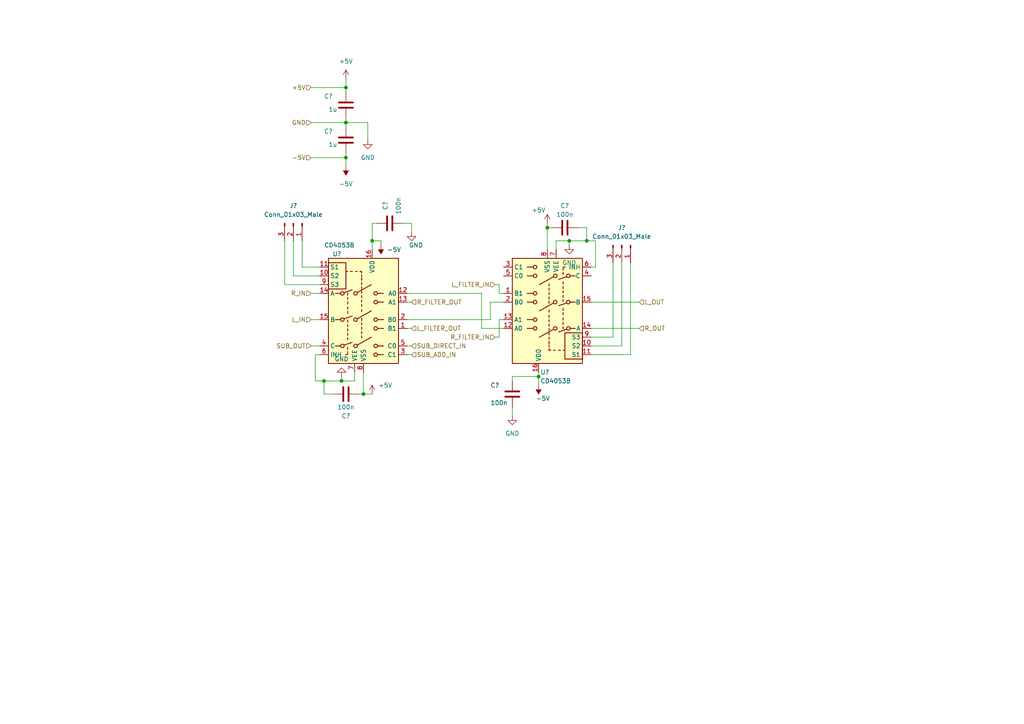
<source format=kicad_sch>
(kicad_sch (version 20211123) (generator eeschema)
  (paper "A4")
  (lib_symbols
    (symbol "Analog_Switch:CD4053B"
      (property "Reference" "U" (at -10.16 16.51 0))
      (property "Value" "CD4053B" (at 3.81 16.51 0))
      (symbol "CD4053B_0_1"
        (rectangle (start -10.16 6.35) (end -5.08 13.97) (stroke (width 0.254)))
        (rectangle (start -10.16 15.24) (end 10.16 -15.24) (stroke (width 0.254)) (fill (type background)))
        (circle (center -6.096 -10.16) (radius 0.508) (stroke (width 0.254)))
        (circle (center -6.096 -2.54) (radius 0.508) (stroke (width 0.254)))
        (circle (center -6.096 5.08) (radius 0.508) (stroke (width 0.254)))
        (circle (center -2.286 -10.16) (radius 0.508) (stroke (width 0.254)))
        (circle (center -2.286 -2.54) (radius 0.508) (stroke (width 0.254)))
        (circle (center -2.286 5.08) (radius 0.508) (stroke (width 0.254)))
        (polyline (pts (xy -8.128 -10.16) (xy -6.604 -10.16)) (stroke (width 0.254)))
        (polyline (pts (xy -8.128 -2.54) (xy -6.604 -2.54)) (stroke (width 0.254)))
        (polyline (pts (xy -8.128 5.08) (xy -6.604 5.08)) (stroke (width 0.254)))
        (polyline (pts (xy -5.588 -9.906) (xy -3.302 -9.144)) (stroke (width 0.254)))
        (polyline (pts (xy -5.588 -2.286) (xy -3.302 -1.524)) (stroke (width 0.254)))
        (polyline (pts (xy -5.588 5.334) (xy -3.302 6.096)) (stroke (width 0.254)))
        (polyline (pts (xy -4.572 -12.7) (xy -5.207 -12.7)) (stroke (width 0.254)))
        (polyline (pts (xy -4.572 -12.446) (xy -4.572 -11.811)) (stroke (width 0.254)))
        (polyline (pts (xy -4.572 -11.176) (xy -4.572 -10.541)) (stroke (width 0.254)))
        (polyline (pts (xy -4.572 -8.382) (xy -4.572 -7.747)) (stroke (width 0.254)))
        (polyline (pts (xy -4.572 -7.112) (xy -4.572 -6.477)) (stroke (width 0.254)))
        (polyline (pts (xy -4.572 -5.842) (xy -4.572 -5.207)) (stroke (width 0.254)))
        (polyline (pts (xy -4.572 -4.572) (xy -4.572 -3.937)) (stroke (width 0.254)))
        (polyline (pts (xy -4.572 -3.302) (xy -4.572 -2.667)) (stroke (width 0.254)))
        (polyline (pts (xy -4.572 -0.762) (xy -4.572 -0.127)) (stroke (width 0.254)))
        (polyline (pts (xy -4.572 0.508) (xy -4.572 1.143)) (stroke (width 0.254)))
        (polyline (pts (xy -4.572 2.032) (xy -4.572 2.667)) (stroke (width 0.254)))
        (polyline (pts (xy -4.572 3.302) (xy -4.572 3.937)) (stroke (width 0.254)))
        (polyline (pts (xy -4.572 4.572) (xy -4.572 5.207)) (stroke (width 0.254)))
        (polyline (pts (xy -4.572 11.43) (xy -5.08 11.43)) (stroke (width 0.254)))
        (polyline (pts (xy -3.81 11.43) (xy -3.175 11.43)) (stroke (width 0.254)))
        (polyline (pts (xy -1.778 -9.906) (xy 2.286 -7.62)) (stroke (width 0.254)))
        (polyline (pts (xy -1.778 -2.286) (xy 2.286 0)) (stroke (width 0.254)))
        (polyline (pts (xy -1.778 5.334) (xy 2.286 7.62)) (stroke (width 0.254)))
        (polyline (pts (xy -1.778 11.43) (xy -2.286 11.43)) (stroke (width 0.254)))
        (polyline (pts (xy -0.508 -7.874) (xy -0.508 -7.239)) (stroke (width 0.254)))
        (polyline (pts (xy -0.508 -6.604) (xy -0.508 -5.969)) (stroke (width 0.254)))
        (polyline (pts (xy -0.508 -5.334) (xy -0.508 -4.699)) (stroke (width 0.254)))
        (polyline (pts (xy -0.508 -4.064) (xy -0.508 -3.429)) (stroke (width 0.254)))
        (polyline (pts (xy -0.508 -2.794) (xy -0.508 -2.159)) (stroke (width 0.254)))
        (polyline (pts (xy -0.508 -0.254) (xy -0.508 0.381)) (stroke (width 0.254)))
        (polyline (pts (xy -0.508 1.27) (xy -0.508 1.905)) (stroke (width 0.254)))
        (polyline (pts (xy -0.508 2.54) (xy -0.508 3.175)) (stroke (width 0.254)))
        (polyline (pts (xy -0.508 3.81) (xy -0.508 4.445)) (stroke (width 0.254)))
        (polyline (pts (xy -0.508 5.08) (xy -0.508 5.715)) (stroke (width 0.254)))
        (polyline (pts (xy -0.508 6.35) (xy -0.508 6.985)) (stroke (width 0.254)))
        (polyline (pts (xy -0.508 7.62) (xy -0.508 8.255)) (stroke (width 0.254)))
        (polyline (pts (xy -0.508 8.89) (xy -0.508 9.398)) (stroke (width 0.254)))
        (polyline (pts (xy -0.508 8.89) (xy -0.508 9.525)) (stroke (width 0.254)))
        (polyline (pts (xy -0.508 9.906) (xy -0.508 10.414)) (stroke (width 0.254)))
        (polyline (pts (xy -0.508 10.922) (xy -0.508 11.43)) (stroke (width 0.254)))
        (polyline (pts (xy -0.508 11.43) (xy -1.016 11.43)) (stroke (width 0.254)))
        (polyline (pts (xy 4.064 -12.7) (xy 5.842 -12.7)) (stroke (width 0.254)))
        (polyline (pts (xy 4.064 -10.16) (xy 5.842 -10.16)) (stroke (width 0.254)))
        (polyline (pts (xy 4.064 -5.08) (xy 5.842 -5.08)) (stroke (width 0.254)))
        (polyline (pts (xy 4.064 -2.54) (xy 5.842 -2.54)) (stroke (width 0.254)))
        (polyline (pts (xy 4.064 2.54) (xy 5.842 2.54)) (stroke (width 0.254)))
        (polyline (pts (xy 4.064 5.08) (xy 5.842 5.08)) (stroke (width 0.254)))
        (circle (center 3.556 -12.7) (radius 0.508) (stroke (width 0.254)))
        (circle (center 3.556 -10.16) (radius 0.508) (stroke (width 0.254)))
        (circle (center 3.556 -5.08) (radius 0.508) (stroke (width 0.254)))
        (circle (center 3.556 -2.54) (radius 0.508) (stroke (width 0.254)))
        (circle (center 3.556 2.54) (radius 0.508) (stroke (width 0.254)))
        (circle (center 3.556 5.08) (radius 0.508) (stroke (width 0.254)))
      )
      (symbol "CD4053B_1_1"
        (pin bidirectional line (at 12.7 -5.08 180) (length 2.54) (name "B1") (number "1"))
        (pin input line (at -12.7 10.16 0) (length 2.54) (name "S2") (number "10"))
        (pin input line (at -12.7 12.7 0) (length 2.54) (name "S1") (number "11"))
        (pin bidirectional line (at 12.7 5.08 180) (length 2.54) (name "A0") (number "12"))
        (pin bidirectional line (at 12.7 2.54 180) (length 2.54) (name "A1") (number "13"))
        (pin bidirectional line (at -12.7 5.08 0) (length 2.54) (name "A") (number "14"))
        (pin bidirectional line (at -12.7 -2.54 0) (length 2.54) (name "B") (number "15"))
        (pin power_in line (at 2.54 17.78 270) (length 2.54) (name "VDD") (number "16"))
        (pin bidirectional line (at 12.7 -2.54 180) (length 2.54) (name "B0") (number "2"))
        (pin bidirectional line (at 12.7 -12.7 180) (length 2.54) (name "C1") (number "3"))
        (pin bidirectional line (at -12.7 -10.16 0) (length 2.54) (name "C") (number "4"))
        (pin bidirectional line (at 12.7 -10.16 180) (length 2.54) (name "C0") (number "5"))
        (pin input line (at -12.7 -12.7 0) (length 2.54) (name "INH") (number "6"))
        (pin power_in line (at -2.54 -17.78 90) (length 2.54) (name "VEE") (number "7"))
        (pin power_in line (at 0 -17.78 90) (length 2.54) (name "VSS") (number "8"))
        (pin input line (at -12.7 7.62 0) (length 2.54) (name "S3") (number "9"))
      )
    )
    (symbol "Connector:Conn_01x03_Male" (pin_names (offset 1.016) hide)
      (property "Reference" "J" (at 0 5.08 0))
      (property "Value" "Conn_01x03_Male" (at 0 -5.08 0))
      (symbol "Conn_01x03_Male_1_1"
        (polyline (pts (xy 1.27 -2.54) (xy 0.8636 -2.54)) (stroke (width 0.1524)))
        (polyline (pts (xy 1.27 0) (xy 0.8636 0)) (stroke (width 0.1524)))
        (polyline (pts (xy 1.27 2.54) (xy 0.8636 2.54)) (stroke (width 0.1524)))
        (rectangle (start 0.8636 -2.413) (end 0 -2.667) (stroke (width 0.1524)) (fill (type outline)))
        (rectangle (start 0.8636 0.127) (end 0 -0.127) (stroke (width 0.1524)) (fill (type outline)))
        (rectangle (start 0.8636 2.667) (end 0 2.413) (stroke (width 0.1524)) (fill (type outline)))
        (pin passive line (at 5.08 2.54 180) (length 3.81) (name "Pin_1") (number "1"))
        (pin passive line (at 5.08 0 180) (length 3.81) (name "Pin_2") (number "2"))
        (pin passive line (at 5.08 -2.54 180) (length 3.81) (name "Pin_3") (number "3"))
      )
    )
    (symbol "Device:C" (pin_numbers hide) (pin_names (offset 0.254))
      (property "Reference" "C" (at 0.635 2.54 0))
      (property "Value" "C" (at 0.635 -2.54 0))
      (symbol "C_0_1"
        (polyline (pts (xy -2.032 -0.762) (xy 2.032 -0.762)) (stroke (width 0.508)))
        (polyline (pts (xy -2.032 0.762) (xy 2.032 0.762)) (stroke (width 0.508)))
      )
      (symbol "C_1_1"
        (pin passive line (at 0 3.81 270) (length 2.794) (name "~") (number "1"))
        (pin passive line (at 0 -3.81 90) (length 2.794) (name "~") (number "2"))
      )
    )
    (symbol "power:+5V" (power) (pin_names (offset 0))
      (property "Value" "+5V" (at 0 3.556 0))
      (symbol "+5V_0_1"
        (polyline (pts (xy -0.762 1.27) (xy 0 2.54)))
        (polyline (pts (xy 0 0) (xy 0 2.54)))
        (polyline (pts (xy 0 2.54) (xy 0.762 1.27)))
      )
      (symbol "+5V_1_1"
        (pin power_in line (at 0 0 90) (length 0) hide (name "+5V") (number "1"))
      )
    )
    (symbol "power:-5V" (power) (pin_names (offset 0))
      (property "Value" "-5V" (at 0 3.81 0))
      (symbol "-5V_0_0"
        (pin power_in line (at 0 0 90) (length 0) hide (name "-5V") (number "1"))
      )
      (symbol "-5V_0_1"
        (polyline (pts (xy 0 0) (xy 0 1.27) (xy 0.762 1.27) (xy 0 2.54) (xy -0.762 1.27) (xy 0 1.27)) (fill (type outline)))
      )
    )
    (symbol "power:GND" (power) (pin_names (offset 0))
      (property "Value" "GND" (at 0 -3.81 0))
      (symbol "GND_0_1"
        (polyline (pts (xy 0 0) (xy 0 -1.27) (xy 1.27 -1.27) (xy 0 -2.54) (xy -1.27 -1.27) (xy 0 -1.27)))
      )
      (symbol "GND_1_1"
        (pin power_in line (at 0 0 270) (length 0) hide (name "GND") (number "1"))
      )
    )
  )
  (junction (at 93.98 110.49))
  (junction (at 105.41 114.3))
  (junction (at 158.75 66.04))
  (junction (at 156.21 109.22))
  (junction (at 107.95 69.85))
  (junction (at 165.1 69.85))
  (junction (at 99.06 110.49))
  (junction (at 170.18 69.85))
  (junction (at 100.33 35.56))
  (junction (at 100.33 25.4))
  (junction (at 100.33 45.72))
  (wire (pts (xy 105.41 114.3) (xy 105.41 107.95)))
  (wire (pts (xy 170.18 69.85) (xy 172.72 69.85)))
  (wire (pts (xy 118.11 95.25) (xy 119.38 95.25)))
  (wire (pts (xy 102.87 110.49) (xy 99.06 110.49)))
  (wire (pts (xy 144.78 92.71) (xy 146.05 92.71)))
  (wire (pts (xy 158.75 64.77) (xy 158.75 66.04)))
  (wire (pts (xy 171.45 87.63) (xy 185.42 87.63)))
  (wire (pts (xy 100.33 25.4) (xy 100.33 26.67)))
  (wire (pts (xy 90.17 85.09) (xy 92.71 85.09)))
  (wire (pts (xy 90.17 45.72) (xy 100.33 45.72)))
  (wire (pts (xy 156.21 109.22) (xy 148.59 109.22)))
  (wire (pts (xy 158.75 66.04) (xy 160.02 66.04)))
  (wire (pts (xy 171.45 102.87) (xy 182.88 102.87)))
  (wire (pts (xy 148.59 109.22) (xy 148.59 110.49)))
  (wire (pts (xy 144.78 82.55) (xy 143.51 82.55)))
  (wire (pts (xy 100.33 22.86) (xy 100.33 25.4)))
  (wire (pts (xy 171.45 100.33) (xy 180.34 100.33)))
  (wire (pts (xy 118.11 85.09) (xy 139.7 85.09)))
  (wire (pts (xy 92.71 102.87) (xy 91.44 102.87)))
  (wire (pts (xy 177.8 76.2) (xy 177.8 97.79)))
  (wire (pts (xy 156.21 109.22) (xy 156.21 111.76)))
  (wire (pts (xy 92.71 77.47) (xy 87.63 77.47)))
  (wire (pts (xy 100.33 34.29) (xy 100.33 35.56)))
  (wire (pts (xy 170.18 66.04) (xy 170.18 69.85)))
  (wire (pts (xy 165.1 69.85) (xy 170.18 69.85)))
  (wire (pts (xy 146.05 85.09) (xy 144.78 85.09)))
  (wire (pts (xy 107.95 69.85) (xy 110.49 69.85)))
  (wire (pts (xy 144.78 97.79) (xy 144.78 92.71)))
  (wire (pts (xy 119.38 64.77) (xy 116.84 64.77)))
  (wire (pts (xy 107.95 69.85) (xy 107.95 72.39)))
  (wire (pts (xy 165.1 69.85) (xy 165.1 71.12)))
  (wire (pts (xy 107.95 64.77) (xy 109.22 64.77)))
  (wire (pts (xy 100.33 44.45) (xy 100.33 45.72)))
  (wire (pts (xy 171.45 95.25) (xy 185.42 95.25)))
  (wire (pts (xy 82.55 82.55) (xy 82.55 69.85)))
  (wire (pts (xy 93.98 114.3) (xy 93.98 110.49)))
  (wire (pts (xy 100.33 35.56) (xy 100.33 36.83)))
  (wire (pts (xy 85.09 80.01) (xy 85.09 69.85)))
  (wire (pts (xy 102.87 107.95) (xy 102.87 110.49)))
  (wire (pts (xy 156.21 107.95) (xy 156.21 109.22)))
  (wire (pts (xy 100.33 35.56) (xy 106.68 35.56)))
  (wire (pts (xy 100.33 45.72) (xy 100.33 48.26)))
  (wire (pts (xy 171.45 97.79) (xy 177.8 97.79)))
  (wire (pts (xy 90.17 92.71) (xy 92.71 92.71)))
  (wire (pts (xy 118.11 87.63) (xy 119.38 87.63)))
  (wire (pts (xy 107.95 64.77) (xy 107.95 69.85)))
  (wire (pts (xy 142.24 92.71) (xy 142.24 87.63)))
  (wire (pts (xy 118.11 102.87) (xy 119.38 102.87)))
  (wire (pts (xy 87.63 77.47) (xy 87.63 69.85)))
  (wire (pts (xy 90.17 100.33) (xy 92.71 100.33)))
  (wire (pts (xy 182.88 76.2) (xy 182.88 102.87)))
  (wire (pts (xy 119.38 64.77) (xy 119.38 67.31)))
  (wire (pts (xy 106.68 35.56) (xy 106.68 40.64)))
  (wire (pts (xy 143.51 97.79) (xy 144.78 97.79)))
  (wire (pts (xy 91.44 102.87) (xy 91.44 110.49)))
  (wire (pts (xy 92.71 82.55) (xy 82.55 82.55)))
  (wire (pts (xy 110.49 69.85) (xy 110.49 71.12)))
  (wire (pts (xy 93.98 110.49) (xy 91.44 110.49)))
  (wire (pts (xy 105.41 114.3) (xy 104.14 114.3)))
  (wire (pts (xy 107.95 114.3) (xy 105.41 114.3)))
  (wire (pts (xy 99.06 110.49) (xy 99.06 109.22)))
  (wire (pts (xy 90.17 35.56) (xy 100.33 35.56)))
  (wire (pts (xy 167.64 66.04) (xy 170.18 66.04)))
  (wire (pts (xy 139.7 85.09) (xy 139.7 95.25)))
  (wire (pts (xy 99.06 110.49) (xy 93.98 110.49)))
  (wire (pts (xy 118.11 100.33) (xy 119.38 100.33)))
  (wire (pts (xy 172.72 77.47) (xy 172.72 69.85)))
  (wire (pts (xy 148.59 118.11) (xy 148.59 120.65)))
  (wire (pts (xy 118.11 92.71) (xy 142.24 92.71)))
  (wire (pts (xy 161.29 69.85) (xy 165.1 69.85)))
  (wire (pts (xy 158.75 66.04) (xy 158.75 72.39)))
  (wire (pts (xy 180.34 76.2) (xy 180.34 100.33)))
  (wire (pts (xy 171.45 77.47) (xy 172.72 77.47)))
  (wire (pts (xy 96.52 114.3) (xy 93.98 114.3)))
  (wire (pts (xy 144.78 85.09) (xy 144.78 82.55)))
  (wire (pts (xy 161.29 72.39) (xy 161.29 69.85)))
  (wire (pts (xy 90.17 25.4) (xy 100.33 25.4)))
  (wire (pts (xy 139.7 95.25) (xy 146.05 95.25)))
  (wire (pts (xy 92.71 80.01) (xy 85.09 80.01)))
  (wire (pts (xy 142.24 87.63) (xy 146.05 87.63)))
  (hierarchical_label "+5V" (shape input) (at 90.17 25.4 180))
  (hierarchical_label "L_FILTER_IN" (shape input) (at 143.51 82.55 180))
  (hierarchical_label "R_IN" (shape input) (at 90.17 85.09 180))
  (hierarchical_label "R_FILTER_OUT" (shape input) (at 119.38 87.63 0))
  (hierarchical_label "L_FILTER_OUT" (shape input) (at 119.38 95.25 0))
  (hierarchical_label "R_OUT" (shape input) (at 185.42 95.25 0))
  (hierarchical_label "SUB_OUT" (shape input) (at 90.17 100.33 180))
  (hierarchical_label "-5V" (shape input) (at 90.17 45.72 180))
  (hierarchical_label "SUB_DIRECT_IN" (shape input) (at 119.38 100.33 0))
  (hierarchical_label "R_FILTER_IN" (shape input) (at 143.51 97.79 180))
  (hierarchical_label "SUB_ADD_IN" (shape input) (at 119.38 102.87 0))
  (hierarchical_label "GND" (shape input) (at 90.17 35.56 180))
  (hierarchical_label "L_OUT" (shape input) (at 185.42 87.63 0))
  (hierarchical_label "L_IN" (shape input) (at 90.17 92.71 180))
  (symbol (lib_id "power:GND") (at 119.38 67.31 0) (unit 1)
    (property "Reference" "#PWR?" (effects hide))
    (property "Value" "GND" (at 120.65 71.12 0))
  )
  (symbol (lib_id "power:+5V") (at 100.33 22.86 0) (unit 1)
    (property "Reference" "#PWR?" (effects hide))
    (property "Value" "+5V" (at 100.33 17.78 0))
  )
  (symbol (lib_id "Device:C") (at 163.83 66.04 90) (unit 1)
    (property "Reference" "C?" (at 163.83 59.69 90))
    (property "Value" "100n" (at 163.83 62.23 90))
    (property "Footprint" "Capacitor_SMD:C_0805_2012Metric" (effects hide))
  )
  (symbol (lib_id "Device:C") (at 100.33 114.3 270) (unit 1)
    (property "Reference" "C?" (at 100.33 120.65 90))
    (property "Value" "100n" (at 100.33 118.11 90))
    (property "Footprint" "Capacitor_SMD:C_0805_2012Metric" (effects hide))
  )
  (symbol (lib_id "power:GND") (at 165.1 71.12 0) (unit 1)
    (property "Reference" "#PWR?" (effects hide))
    (property "Value" "GND" (at 165.1 76.2 0))
  )
  (symbol (lib_id "power:-5V") (at 110.49 71.12 180) (unit 1)
    (property "Reference" "#PWR?" (effects hide))
    (property "Value" "-5V" (at 114.3 72.39 0))
  )
  (symbol (lib_id "Device:C") (at 100.33 40.64 0) (unit 1)
    (property "Reference" "C?" (at 93.98 38.1 0) (effects (justify left)))
    (property "Value" "1u" (at 95.25 41.91 0) (effects (justify left)))
  )
  (symbol (lib_id "Connector:Conn_01x03_Male") (at 180.34 71.12 270) (unit 1)
    (property "Reference" "J?" (at 180.34 66.04 90))
    (property "Value" "Conn_01x03_Male" (at 180.34 68.58 90))
  )
  (symbol (lib_id "Analog_Switch:CD4053B") (at 105.41 90.17 0) (unit 1)
    (property "Reference" "U?" (at 99.06 73.66 0) (effects (justify right)))
    (property "Value" "CD4053B" (at 102.87 71.12 0) (effects (justify right)))
    (property "Datasheet" "http://www.ti.com/lit/ds/symlink/cd4052b.pdf" (effects hide))
  )
  (symbol (lib_id "Connector:Conn_01x03_Male") (at 85.09 64.77 270) (unit 1)
    (property "Reference" "J?" (at 85.09 59.69 90))
    (property "Value" "Conn_01x03_Male" (at 85.09 62.23 90))
  )
  (symbol (lib_id "Device:C") (at 113.03 64.77 90) (unit 1)
    (property "Reference" "C?" (at 111.76 60.96 0) (effects (justify left)))
    (property "Value" "100n" (at 115.57 62.23 0) (effects (justify left)))
    (property "Footprint" "Capacitor_SMD:C_0805_2012Metric" (effects hide))
  )
  (symbol (lib_id "power:GND") (at 148.59 120.65 0) (unit 1)
    (property "Reference" "#PWR?" (effects hide))
    (property "Value" "GND" (at 148.59 125.73 0))
  )
  (symbol (lib_id "Device:C") (at 148.59 114.3 0) (unit 1)
    (property "Reference" "C?" (at 142.24 111.76 0) (effects (justify left)))
    (property "Value" "100n" (at 142.24 116.84 0) (effects (justify left)))
    (property "Footprint" "Capacitor_SMD:C_0805_2012Metric" (effects hide))
  )
  (symbol (lib_id "power:GND") (at 99.06 109.22 180) (unit 1)
    (property "Reference" "#PWR?" (effects hide))
    (property "Value" "GND" (at 99.06 104.14 0))
  )
  (symbol (lib_id "power:-5V") (at 156.21 111.76 180) (unit 1)
    (property "Reference" "#PWR?" (effects hide))
    (property "Value" "-5V" (at 157.48 115.57 0))
  )
  (symbol (lib_id "Analog_Switch:CD4053B") (at 158.75 90.17 180) (unit 1)
    (property "Reference" "U?" (at 156.7306 107.95 0) (effects (justify right)))
    (property "Value" "CD4053B" (at 156.7306 110.49 0) (effects (justify right)))
    (property "Datasheet" "http://www.ti.com/lit/ds/symlink/cd4052b.pdf" (effects hide))
  )
  (symbol (lib_id "power:GND") (at 106.68 40.64 0) (unit 1)
    (property "Reference" "#PWR?" (effects hide))
    (property "Value" "GND" (at 106.68 45.72 0))
  )
  (symbol (lib_id "power:+5V") (at 158.75 64.77 0) (unit 1)
    (property "Reference" "#PWR?" (effects hide))
    (property "Value" "+5V" (at 156.21 60.96 0))
  )
  (symbol (lib_id "power:-5V") (at 100.33 48.26 180) (unit 1)
    (property "Reference" "#PWR?" (effects hide))
    (property "Value" "-5V" (at 100.33 53.34 0))
  )
  (symbol (lib_id "Device:C") (at 100.33 30.48 0) (unit 1)
    (property "Reference" "C?" (at 93.98 27.94 0) (effects (justify left)))
    (property "Value" "1u" (at 95.25 31.75 0) (effects (justify left)))
  )
  (symbol (lib_id "power:+5V") (at 107.95 114.3 0) (unit 1)
    (property "Reference" "#PWR?" (effects hide))
    (property "Value" "+5V" (at 111.76 111.76 0))
  )
)
</source>
